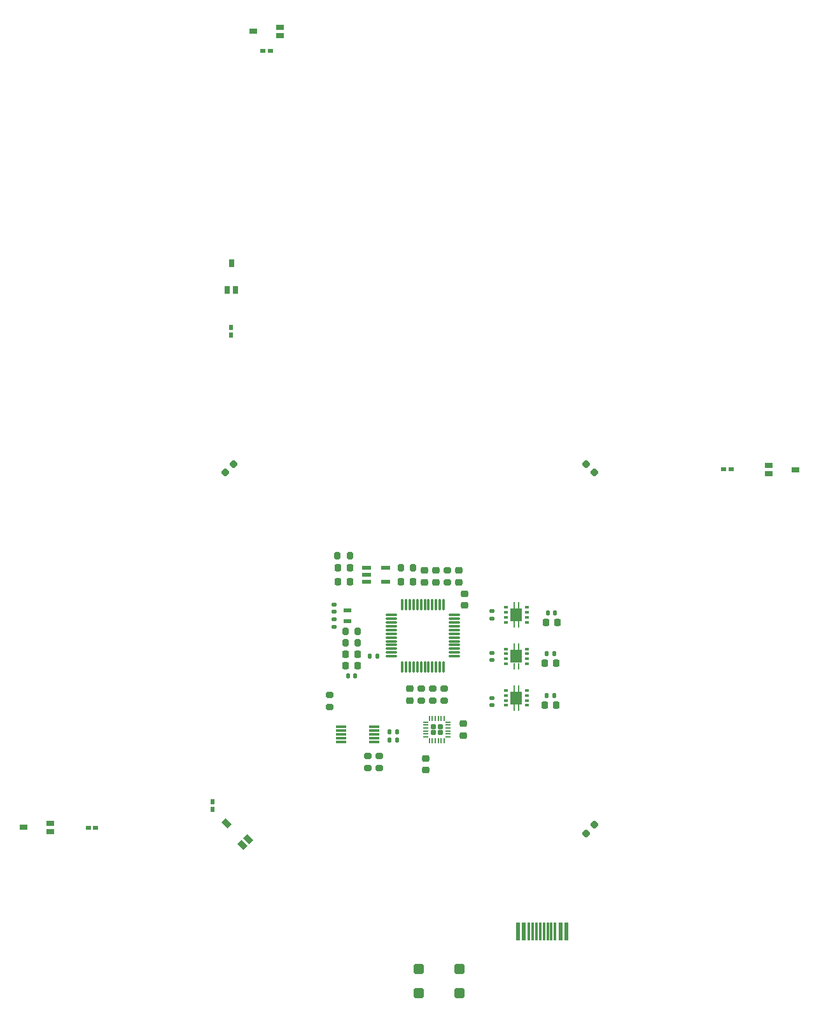
<source format=gtp>
G04 #@! TF.GenerationSoftware,KiCad,Pcbnew,(6.0.9)*
G04 #@! TF.CreationDate,2023-04-21T13:17:04-03:00*
G04 #@! TF.ProjectId,PANEL-COMPLETE,50414e45-4c2d-4434-9f4d-504c4554452e,Rev 3*
G04 #@! TF.SameCoordinates,Original*
G04 #@! TF.FileFunction,Paste,Top*
G04 #@! TF.FilePolarity,Positive*
%FSLAX46Y46*%
G04 Gerber Fmt 4.6, Leading zero omitted, Abs format (unit mm)*
G04 Created by KiCad (PCBNEW (6.0.9)) date 2023-04-21 13:17:04*
%MOMM*%
%LPD*%
G01*
G04 APERTURE LIST*
G04 Aperture macros list*
%AMRoundRect*
0 Rectangle with rounded corners*
0 $1 Rounding radius*
0 $2 $3 $4 $5 $6 $7 $8 $9 X,Y pos of 4 corners*
0 Add a 4 corners polygon primitive as box body*
4,1,4,$2,$3,$4,$5,$6,$7,$8,$9,$2,$3,0*
0 Add four circle primitives for the rounded corners*
1,1,$1+$1,$2,$3*
1,1,$1+$1,$4,$5*
1,1,$1+$1,$6,$7*
1,1,$1+$1,$8,$9*
0 Add four rect primitives between the rounded corners*
20,1,$1+$1,$2,$3,$4,$5,0*
20,1,$1+$1,$4,$5,$6,$7,0*
20,1,$1+$1,$6,$7,$8,$9,0*
20,1,$1+$1,$8,$9,$2,$3,0*%
%AMRotRect*
0 Rectangle, with rotation*
0 The origin of the aperture is its center*
0 $1 length*
0 $2 width*
0 $3 Rotation angle, in degrees counterclockwise*
0 Add horizontal line*
21,1,$1,$2,0,0,$3*%
%AMFreePoly0*
4,1,14,0.266715,0.088284,0.363284,-0.008285,0.375000,-0.036569,0.375000,-0.060000,0.363284,-0.088284,0.335000,-0.100000,-0.335000,-0.100000,-0.363284,-0.088284,-0.375000,-0.060000,-0.375000,0.060000,-0.363284,0.088284,-0.335000,0.100000,0.238431,0.100000,0.266715,0.088284,0.266715,0.088284,$1*%
%AMFreePoly1*
4,1,14,0.363284,0.088284,0.375000,0.060000,0.375000,0.036569,0.363284,0.008285,0.266715,-0.088284,0.238431,-0.100000,-0.335000,-0.100000,-0.363284,-0.088284,-0.375000,-0.060000,-0.375000,0.060000,-0.363284,0.088284,-0.335000,0.100000,0.335000,0.100000,0.363284,0.088284,0.363284,0.088284,$1*%
%AMFreePoly2*
4,1,14,0.088284,0.363284,0.100000,0.335000,0.100000,-0.335000,0.088284,-0.363284,0.060000,-0.375000,-0.060000,-0.375000,-0.088284,-0.363284,-0.100000,-0.335000,-0.100000,0.238431,-0.088284,0.266715,0.008285,0.363284,0.036569,0.375000,0.060000,0.375000,0.088284,0.363284,0.088284,0.363284,$1*%
%AMFreePoly3*
4,1,14,-0.008285,0.363284,0.088284,0.266715,0.100000,0.238431,0.100000,-0.335000,0.088284,-0.363284,0.060000,-0.375000,-0.060000,-0.375000,-0.088284,-0.363284,-0.100000,-0.335000,-0.100000,0.335000,-0.088284,0.363284,-0.060000,0.375000,-0.036569,0.375000,-0.008285,0.363284,-0.008285,0.363284,$1*%
%AMFreePoly4*
4,1,14,0.363284,0.088284,0.375000,0.060000,0.375000,-0.060000,0.363284,-0.088284,0.335000,-0.100000,-0.238431,-0.100000,-0.266715,-0.088284,-0.363284,0.008285,-0.375000,0.036569,-0.375000,0.060000,-0.363284,0.088284,-0.335000,0.100000,0.335000,0.100000,0.363284,0.088284,0.363284,0.088284,$1*%
%AMFreePoly5*
4,1,14,0.363284,0.088284,0.375000,0.060000,0.375000,-0.060000,0.363284,-0.088284,0.335000,-0.100000,-0.335000,-0.100000,-0.363284,-0.088284,-0.375000,-0.060000,-0.375000,-0.036569,-0.363284,-0.008285,-0.266715,0.088284,-0.238431,0.100000,0.335000,0.100000,0.363284,0.088284,0.363284,0.088284,$1*%
%AMFreePoly6*
4,1,14,0.088284,0.363284,0.100000,0.335000,0.100000,-0.238431,0.088284,-0.266715,-0.008285,-0.363284,-0.036569,-0.375000,-0.060000,-0.375000,-0.088284,-0.363284,-0.100000,-0.335000,-0.100000,0.335000,-0.088284,0.363284,-0.060000,0.375000,0.060000,0.375000,0.088284,0.363284,0.088284,0.363284,$1*%
%AMFreePoly7*
4,1,14,0.088284,0.363284,0.100000,0.335000,0.100000,-0.335000,0.088284,-0.363284,0.060000,-0.375000,0.036569,-0.375000,0.008285,-0.363284,-0.088284,-0.266715,-0.100000,-0.238431,-0.100000,0.335000,-0.088284,0.363284,-0.060000,0.375000,0.060000,0.375000,0.088284,0.363284,0.088284,0.363284,$1*%
G04 Aperture macros list end*
%ADD10R,0.600000X0.310000*%
%ADD11R,1.500000X1.750000*%
%ADD12R,0.230000X0.825000*%
%ADD13RoundRect,0.225000X0.225000X0.250000X-0.225000X0.250000X-0.225000X-0.250000X0.225000X-0.250000X0*%
%ADD14RoundRect,0.200000X0.275000X-0.200000X0.275000X0.200000X-0.275000X0.200000X-0.275000X-0.200000X0*%
%ADD15RoundRect,0.225000X-0.250000X0.225000X-0.250000X-0.225000X0.250000X-0.225000X0.250000X0.225000X0*%
%ADD16R,0.600000X2.450000*%
%ADD17R,0.300000X2.450000*%
%ADD18R,1.100000X0.600000*%
%ADD19RotRect,1.100000X0.800000X135.000000*%
%ADD20R,1.198880X0.548640*%
%ADD21RoundRect,0.218750X0.026517X-0.335876X0.335876X-0.026517X-0.026517X0.335876X-0.335876X0.026517X0*%
%ADD22RoundRect,0.200000X-0.200000X-0.275000X0.200000X-0.275000X0.200000X0.275000X-0.200000X0.275000X0*%
%ADD23RoundRect,0.200000X-0.275000X0.200000X-0.275000X-0.200000X0.275000X-0.200000X0.275000X0.200000X0*%
%ADD24RoundRect,0.140000X-0.140000X-0.170000X0.140000X-0.170000X0.140000X0.170000X-0.140000X0.170000X0*%
%ADD25RoundRect,0.140000X0.170000X-0.140000X0.170000X0.140000X-0.170000X0.140000X-0.170000X-0.140000X0*%
%ADD26R,0.800000X0.600000*%
%ADD27RoundRect,0.140000X-0.170000X0.140000X-0.170000X-0.140000X0.170000X-0.140000X0.170000X0.140000X0*%
%ADD28RoundRect,0.075000X-0.662500X-0.075000X0.662500X-0.075000X0.662500X0.075000X-0.662500X0.075000X0*%
%ADD29RoundRect,0.075000X-0.075000X-0.662500X0.075000X-0.662500X0.075000X0.662500X-0.075000X0.662500X0*%
%ADD30RoundRect,0.218750X-0.218750X-0.256250X0.218750X-0.256250X0.218750X0.256250X-0.218750X0.256250X0*%
%ADD31RoundRect,0.350000X0.350000X-0.350000X0.350000X0.350000X-0.350000X0.350000X-0.350000X-0.350000X0*%
%ADD32R,1.100000X0.800000*%
%ADD33R,0.600000X0.800000*%
%ADD34RoundRect,0.140000X0.140000X0.170000X-0.140000X0.170000X-0.140000X-0.170000X0.140000X-0.170000X0*%
%ADD35RoundRect,0.225000X0.250000X-0.225000X0.250000X0.225000X-0.250000X0.225000X-0.250000X-0.225000X0*%
%ADD36RoundRect,0.218750X0.218750X0.256250X-0.218750X0.256250X-0.218750X-0.256250X0.218750X-0.256250X0*%
%ADD37R,1.400000X0.300000*%
%ADD38RoundRect,0.218750X0.335876X0.026517X0.026517X0.335876X-0.335876X-0.026517X-0.026517X-0.335876X0*%
%ADD39RoundRect,0.160000X-0.195000X-0.160000X0.195000X-0.160000X0.195000X0.160000X-0.195000X0.160000X0*%
%ADD40FreePoly0,0.000000*%
%ADD41RoundRect,0.050000X-0.325000X-0.050000X0.325000X-0.050000X0.325000X0.050000X-0.325000X0.050000X0*%
%ADD42FreePoly1,0.000000*%
%ADD43FreePoly2,0.000000*%
%ADD44RoundRect,0.050000X-0.050000X-0.325000X0.050000X-0.325000X0.050000X0.325000X-0.050000X0.325000X0*%
%ADD45FreePoly3,0.000000*%
%ADD46FreePoly4,0.000000*%
%ADD47FreePoly5,0.000000*%
%ADD48FreePoly6,0.000000*%
%ADD49FreePoly7,0.000000*%
%ADD50R,0.800000X1.100000*%
%ADD51RoundRect,0.135000X0.135000X0.185000X-0.135000X0.185000X-0.135000X-0.185000X0.135000X-0.185000X0*%
%ADD52RoundRect,0.200000X0.200000X0.275000X-0.200000X0.275000X-0.200000X-0.275000X0.200000X-0.275000X0*%
%ADD53RoundRect,0.135000X-0.135000X-0.185000X0.135000X-0.185000X0.135000X0.185000X-0.135000X0.185000X0*%
%ADD54RoundRect,0.225000X-0.225000X-0.250000X0.225000X-0.250000X0.225000X0.250000X-0.225000X0.250000X0*%
G04 APERTURE END LIST*
D10*
X219582439Y-179472525D03*
X219582439Y-178822525D03*
X219582439Y-178172525D03*
X219582439Y-177522525D03*
X216782439Y-177522525D03*
X216782439Y-178172525D03*
X216782439Y-178822525D03*
X216782439Y-179472525D03*
D11*
X218182439Y-178497525D03*
D12*
X218507439Y-179785525D03*
X217857439Y-179785525D03*
X218507439Y-177209525D03*
X217857439Y-177209525D03*
D13*
X223639925Y-173950925D03*
X222089925Y-173950925D03*
D14*
X198424800Y-193407800D03*
X198424800Y-191757800D03*
D13*
X197040800Y-178231800D03*
X195490800Y-178231800D03*
D15*
X210515200Y-167068200D03*
X210515200Y-168618200D03*
D16*
X224823325Y-215120725D03*
X224048325Y-215120725D03*
D17*
X223348325Y-215120725D03*
X222848325Y-215120725D03*
X222348325Y-215120725D03*
X221848325Y-215120725D03*
X221348325Y-215120725D03*
X220848325Y-215120725D03*
X220348325Y-215120725D03*
X219848325Y-215120725D03*
D16*
X219148325Y-215120725D03*
X218373325Y-215120725D03*
D18*
X195690551Y-172387325D03*
X195690551Y-173787325D03*
D19*
X179618285Y-200725685D03*
X181739606Y-203624823D03*
X182517423Y-202847006D03*
D20*
X198218087Y-166686334D03*
X198218087Y-167636294D03*
X198218087Y-168586254D03*
X200813967Y-168586254D03*
X200813967Y-166686334D03*
D21*
X179427553Y-153998247D03*
X180541247Y-152884553D03*
D22*
X194398427Y-165070894D03*
X196048427Y-165070894D03*
D23*
X199948800Y-191757800D03*
X199948800Y-193407800D03*
D24*
X222384925Y-172680925D03*
X223344925Y-172680925D03*
D25*
X214901525Y-173447325D03*
X214901525Y-172487325D03*
D26*
X245760525Y-153593125D03*
X246760525Y-153593125D03*
D10*
X219588325Y-185014925D03*
X219588325Y-184364925D03*
X219588325Y-183714925D03*
X219588325Y-183064925D03*
X216788325Y-183064925D03*
X216788325Y-183714925D03*
X216788325Y-184364925D03*
X216788325Y-185014925D03*
D11*
X218188325Y-184039925D03*
D12*
X218513325Y-185327925D03*
X217863325Y-185327925D03*
X218513325Y-182751925D03*
X217863325Y-182751925D03*
D15*
X207441800Y-167080600D03*
X207441800Y-168630600D03*
D27*
X193975947Y-171619325D03*
X193975947Y-172579325D03*
D23*
X208602325Y-182762494D03*
X208602325Y-184412494D03*
D28*
X201588625Y-172985325D03*
X201588625Y-173485325D03*
X201588625Y-173985325D03*
X201588625Y-174485325D03*
X201588625Y-174985325D03*
X201588625Y-175485325D03*
X201588625Y-175985325D03*
X201588625Y-176485325D03*
X201588625Y-176985325D03*
X201588625Y-177485325D03*
X201588625Y-177985325D03*
X201588625Y-178485325D03*
D29*
X203001125Y-179897825D03*
X203501125Y-179897825D03*
X204001125Y-179897825D03*
X204501125Y-179897825D03*
X205001125Y-179897825D03*
X205501125Y-179897825D03*
X206001125Y-179897825D03*
X206501125Y-179897825D03*
X207001125Y-179897825D03*
X207501125Y-179897825D03*
X208001125Y-179897825D03*
X208501125Y-179897825D03*
D28*
X209913625Y-178485325D03*
X209913625Y-177985325D03*
X209913625Y-177485325D03*
X209913625Y-176985325D03*
X209913625Y-176485325D03*
X209913625Y-175985325D03*
X209913625Y-175485325D03*
X209913625Y-174985325D03*
X209913625Y-174485325D03*
X209913625Y-173985325D03*
X209913625Y-173485325D03*
X209913625Y-172985325D03*
D29*
X208501125Y-171572825D03*
X208001125Y-171572825D03*
X207501125Y-171572825D03*
X207001125Y-171572825D03*
X206501125Y-171572825D03*
X206001125Y-171572825D03*
X205501125Y-171572825D03*
X205001125Y-171572825D03*
X204501125Y-171572825D03*
X204001125Y-171572825D03*
X203501125Y-171572825D03*
X203001125Y-171572825D03*
D30*
X195478300Y-179781200D03*
X197053300Y-179781200D03*
D31*
X205188791Y-223378925D03*
X205188791Y-220128925D03*
X210588791Y-223378925D03*
X210588791Y-220128925D03*
D32*
X152631600Y-201276800D03*
X156181600Y-201826800D03*
X156181600Y-200726800D03*
D33*
X180240200Y-135700325D03*
X180240200Y-134700325D03*
D10*
X219582439Y-173942325D03*
X219582439Y-173292325D03*
X219582439Y-172642325D03*
X219582439Y-171992325D03*
X216782439Y-171992325D03*
X216782439Y-172642325D03*
X216782439Y-173292325D03*
X216782439Y-173942325D03*
D11*
X218182439Y-172967325D03*
D12*
X218507439Y-174255325D03*
X217857439Y-174255325D03*
X218507439Y-171679325D03*
X217857439Y-171679325D03*
D25*
X193975947Y-174535125D03*
X193975947Y-173575125D03*
D34*
X196745800Y-181076600D03*
X195785800Y-181076600D03*
D13*
X223487525Y-179437325D03*
X221937525Y-179437325D03*
D26*
X162222975Y-201332325D03*
X161222975Y-201332325D03*
D22*
X195440800Y-175183800D03*
X197090800Y-175183800D03*
D14*
X207078325Y-184415725D03*
X207078325Y-182765725D03*
X205554325Y-184415725D03*
X205554325Y-182765725D03*
D26*
X184427525Y-97891600D03*
X185427525Y-97891600D03*
D24*
X222254925Y-183709725D03*
X223214925Y-183709725D03*
D32*
X255343325Y-153648650D03*
X251793325Y-153098650D03*
X251793325Y-154198650D03*
D15*
X204038200Y-182816200D03*
X204038200Y-184366200D03*
D35*
X205917800Y-168630600D03*
X205917800Y-167080600D03*
D36*
X196010927Y-166696494D03*
X194435927Y-166696494D03*
D37*
X194906285Y-187870694D03*
X194906285Y-188370694D03*
X194906285Y-188870694D03*
X194906285Y-189370694D03*
X194906285Y-189870694D03*
X199306285Y-189870694D03*
X199306285Y-189370694D03*
X199306285Y-188870694D03*
X199306285Y-188370694D03*
X199306285Y-187870694D03*
D14*
X193344800Y-185254400D03*
X193344800Y-183604400D03*
D35*
X206138525Y-193611800D03*
X206138525Y-192061800D03*
D23*
X208991200Y-167030600D03*
X208991200Y-168680600D03*
D15*
X211147393Y-187464400D03*
X211147393Y-189014400D03*
D38*
X228572647Y-153998247D03*
X227458953Y-152884553D03*
D39*
X208034200Y-187839400D03*
X208034200Y-188639400D03*
X207154200Y-187839400D03*
X207154200Y-188639400D03*
D40*
X206094200Y-187239400D03*
D41*
X206094200Y-187639400D03*
X206094200Y-188039400D03*
X206094200Y-188439400D03*
X206094200Y-188839400D03*
D42*
X206094200Y-189239400D03*
D43*
X206594200Y-189739400D03*
D44*
X206994200Y-189739400D03*
X207394200Y-189739400D03*
X207794200Y-189739400D03*
X208194200Y-189739400D03*
D45*
X208594200Y-189739400D03*
D46*
X209094200Y-189239400D03*
D41*
X209094200Y-188839400D03*
X209094200Y-188439400D03*
X209094200Y-188039400D03*
X209094200Y-187639400D03*
D47*
X209094200Y-187239400D03*
D48*
X208594200Y-186739400D03*
D44*
X208194200Y-186739400D03*
X207794200Y-186739400D03*
X207394200Y-186739400D03*
X206994200Y-186739400D03*
D49*
X206594200Y-186739400D03*
D50*
X180295725Y-126117525D03*
X179745725Y-129667525D03*
X180845725Y-129667525D03*
D51*
X202323902Y-188565894D03*
X201303902Y-188565894D03*
D13*
X204405827Y-168601494D03*
X202855827Y-168601494D03*
D21*
X227457000Y-202055047D03*
X228570694Y-200941353D03*
D35*
X211251800Y-171717000D03*
X211251800Y-170167000D03*
D24*
X222232525Y-178091125D03*
X223192525Y-178091125D03*
D25*
X214901525Y-178977525D03*
X214901525Y-178017525D03*
D22*
X202805827Y-166696494D03*
X204455827Y-166696494D03*
D52*
X197090800Y-176707800D03*
X195440800Y-176707800D03*
D32*
X183152525Y-95250600D03*
X186702525Y-95800600D03*
X186702525Y-94700600D03*
D25*
X214914725Y-185022725D03*
X214914725Y-184062725D03*
D33*
X177723800Y-197874000D03*
X177723800Y-198874000D03*
D13*
X223509925Y-185030525D03*
X221959925Y-185030525D03*
D51*
X202323902Y-189658094D03*
X201303902Y-189658094D03*
D53*
X198641525Y-178482094D03*
X199661525Y-178482094D03*
D54*
X194473827Y-168601494D03*
X196023827Y-168601494D03*
M02*

</source>
